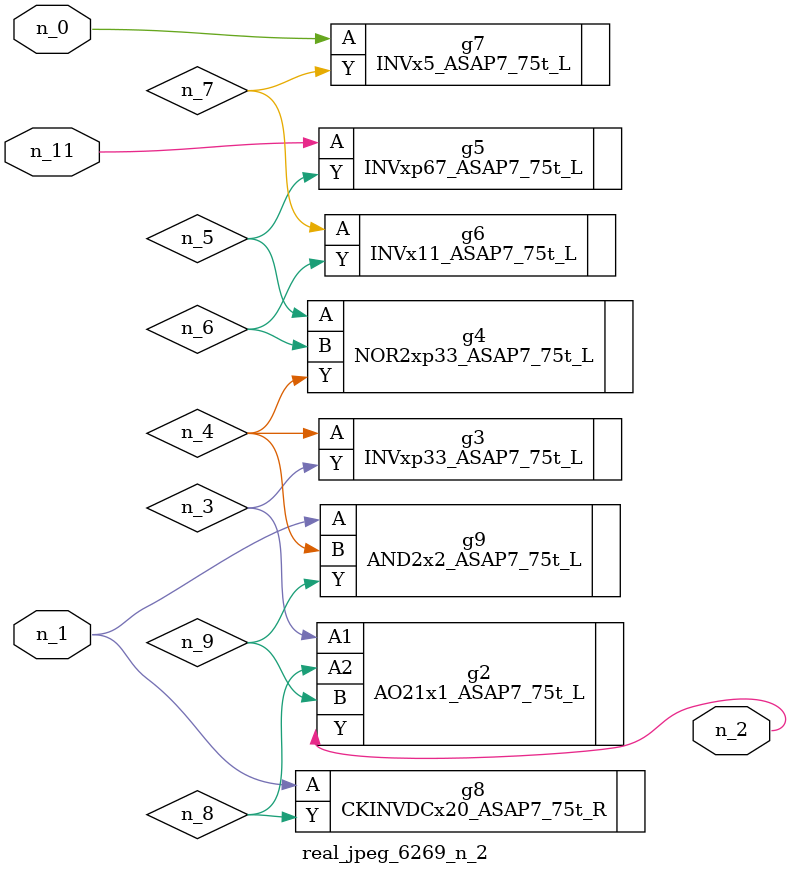
<source format=v>
module real_jpeg_6269_n_2 (n_1, n_11, n_0, n_2);

input n_1;
input n_11;
input n_0;

output n_2;

wire n_5;
wire n_8;
wire n_4;
wire n_6;
wire n_7;
wire n_3;
wire n_9;

INVx5_ASAP7_75t_L g7 ( 
.A(n_0),
.Y(n_7)
);

CKINVDCx20_ASAP7_75t_R g8 ( 
.A(n_1),
.Y(n_8)
);

AND2x2_ASAP7_75t_L g9 ( 
.A(n_1),
.B(n_4),
.Y(n_9)
);

AO21x1_ASAP7_75t_L g2 ( 
.A1(n_3),
.A2(n_8),
.B(n_9),
.Y(n_2)
);

INVxp33_ASAP7_75t_L g3 ( 
.A(n_4),
.Y(n_3)
);

NOR2xp33_ASAP7_75t_L g4 ( 
.A(n_5),
.B(n_6),
.Y(n_4)
);

INVx11_ASAP7_75t_L g6 ( 
.A(n_7),
.Y(n_6)
);

INVxp67_ASAP7_75t_L g5 ( 
.A(n_11),
.Y(n_5)
);


endmodule
</source>
